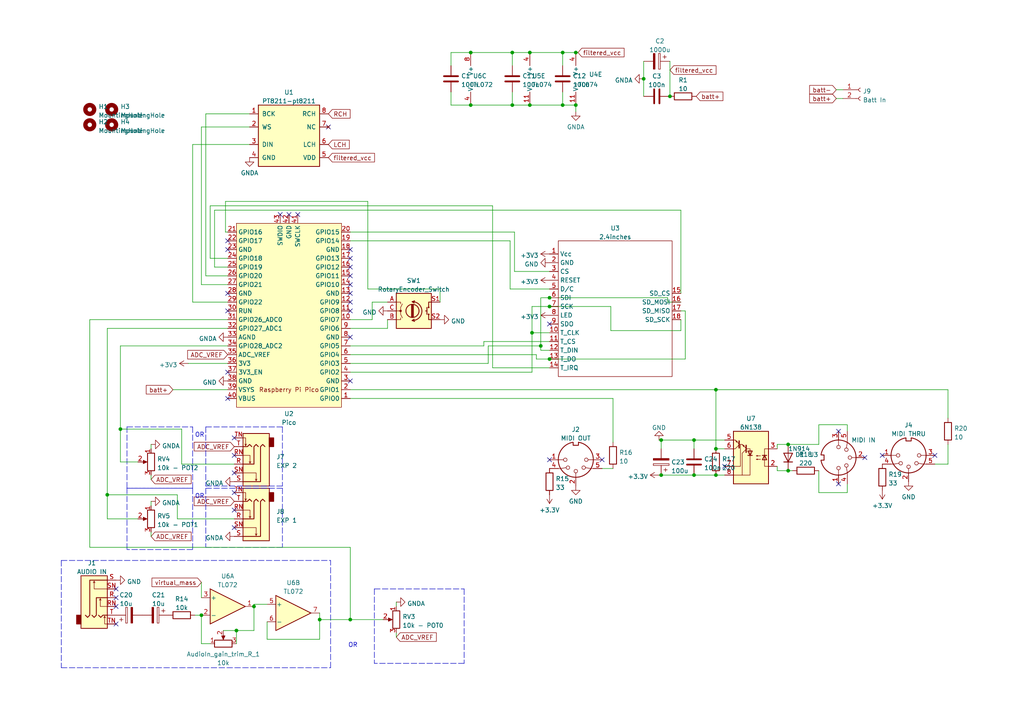
<source format=kicad_sch>
(kicad_sch (version 20211123) (generator eeschema)
  (paper "A4")
  (junction (at 201.295 137.795))
  (junction (at 426.72 43.18))
  (junction (at 154.305 96.52))
  (junction (at 424.18 113.665))
  (junction (at 163.195 30.48))
  (junction (at 136.525 15.24))
  (junction (at 362.585 20.32))
  (junction (at 441.96 137.16))
  (junction (at 58.42 178.435))
  (junction (at 73.66 175.895))
  (junction (at 207.645 130.175))
  (junction (at 382.27 120.015))
  (junction (at 207.645 113.03))
  (junction (at 426.72 35.56))
  (junction (at 153.67 15.24))
  (junction (at 228.6 136.525))
  (junction (at 163.195 15.24))
  (junction (at 400.05 39.37))
  (junction (at 424.18 121.285))
  (junction (at 433.07 35.56))
  (junction (at 444.5 60.325))
  (junction (at 457.835 59.69))
  (junction (at 159.385 104.14))
  (junction (at 424.18 125.095))
  (junction (at 424.18 106.045))
  (junction (at 228.6 128.905))
  (junction (at 156.845 100.33))
  (junction (at 426.72 46.99))
  (junction (at 159.385 88.9))
  (junction (at 148.59 15.24))
  (junction (at 191.77 137.795))
  (junction (at 201.295 127.635))
  (junction (at 153.67 30.48))
  (junction (at 396.24 46.99))
  (junction (at 194.31 27.94))
  (junction (at 426.72 27.94))
  (junction (at 167.005 15.24))
  (junction (at 207.645 137.795))
  (junction (at 34.925 124.46))
  (junction (at 159.385 86.36))
  (junction (at 167.005 30.48))
  (junction (at 136.525 30.48))
  (junction (at 148.59 30.48))
  (junction (at 419.1 46.99))
  (junction (at 397.51 117.475))
  (junction (at 384.81 41.91))
  (junction (at 191.77 127.635))
  (junction (at 68.58 182.88))
  (junction (at 101.6 179.705))
  (junction (at 393.7 125.095))
  (junction (at 416.56 125.095))
  (junction (at 92.71 179.705))
  (junction (at 354.965 20.32))
  (junction (at 441.96 125.095))
  (junction (at 430.53 113.665))
  (junction (at 455.295 137.795))
  (junction (at 444.5 46.99))
  (junction (at 186.69 22.86))
  (junction (at 31.115 143.51))
  (no_connect (at 66.04 90.17))
  (no_connect (at 468.63 87.63))
  (no_connect (at 67.945 153.035))
  (no_connect (at 83.82 62.23))
  (no_connect (at 101.6 87.63))
  (no_connect (at 67.945 137.16))
  (no_connect (at 461.01 168.91))
  (no_connect (at 174.625 133.35))
  (no_connect (at 66.04 85.09))
  (no_connect (at 66.04 115.57))
  (no_connect (at 101.6 85.09))
  (no_connect (at 67.945 127))
  (no_connect (at 67.945 142.875))
  (no_connect (at 67.945 147.955))
  (no_connect (at 210.185 135.255))
  (no_connect (at 453.39 87.63))
  (no_connect (at 243.205 125.095))
  (no_connect (at 101.6 74.93))
  (no_connect (at 101.6 90.17))
  (no_connect (at 243.205 140.335))
  (no_connect (at 81.28 62.23))
  (no_connect (at 33.655 180.975))
  (no_connect (at 66.04 107.95))
  (no_connect (at 159.385 93.98))
  (no_connect (at 33.655 175.895))
  (no_connect (at 271.145 132.08))
  (no_connect (at 461.01 161.29))
  (no_connect (at 101.6 97.79))
  (no_connect (at 101.6 80.01))
  (no_connect (at 461.01 171.45))
  (no_connect (at 101.6 77.47))
  (no_connect (at 255.905 132.08))
  (no_connect (at 33.655 173.355))
  (no_connect (at 66.04 72.39))
  (no_connect (at 101.6 72.39))
  (no_connect (at 461.01 166.37))
  (no_connect (at 101.6 82.55))
  (no_connect (at 66.04 69.85))
  (no_connect (at 468.63 82.55))
  (no_connect (at 67.945 132.08))
  (no_connect (at 101.6 110.49))
  (no_connect (at 33.655 170.815))
  (no_connect (at 159.385 133.35))
  (no_connect (at 468.63 92.71))
  (no_connect (at 86.36 62.23))
  (no_connect (at 95.25 36.83))
  (no_connect (at 250.825 132.715))
  (wire (pts (xy 77.47 185.42) (xy 92.71 185.42)))
  (wire (pts (xy 148.59 15.24) (xy 148.59 19.05)))
  (wire (pts (xy 448.31 133.985) (xy 448.31 137.795)))
  (wire (pts (xy 426.72 33.02) (xy 426.72 35.56)))
  (wire (pts (xy 159.385 78.74) (xy 149.225 78.74)))
  (polyline (pts (xy 134.62 192.405) (xy 108.585 192.405)))
  (wire (pts (xy 72.39 36.83) (xy 58.42 36.83)))
  (wire (pts (xy 58.42 178.435) (xy 58.42 186.69)))
  (wire (pts (xy 186.69 17.78) (xy 186.69 22.86)))
  (wire (pts (xy 52.705 134.62) (xy 52.705 124.46)))
  (wire (pts (xy 384.81 49.53) (xy 388.62 49.53)))
  (wire (pts (xy 426.72 46.99) (xy 426.72 43.18)))
  (wire (pts (xy 167.005 32.385) (xy 167.005 30.48)))
  (wire (pts (xy 107.95 87.63) (xy 112.395 87.63)))
  (wire (pts (xy 140.335 99.06) (xy 140.335 100.33)))
  (wire (pts (xy 448.31 137.795) (xy 455.295 137.795)))
  (wire (pts (xy 101.6 102.87) (xy 155.575 102.87)))
  (wire (pts (xy 136.525 30.48) (xy 148.59 30.48)))
  (polyline (pts (xy 59.69 123.825) (xy 81.915 123.825)))
  (polyline (pts (xy 59.69 141.605) (xy 59.69 158.75)))
  (wire (pts (xy 245.745 142.875) (xy 245.745 140.335)))
  (wire (pts (xy 197.485 85.09) (xy 197.485 60.96)))
  (polyline (pts (xy 108.585 170.815) (xy 134.62 170.815)))
  (wire (pts (xy 237.49 136.525) (xy 237.49 142.875)))
  (wire (pts (xy 163.195 30.48) (xy 167.005 30.48)))
  (wire (pts (xy 455.295 163.83) (xy 461.01 163.83)))
  (wire (pts (xy 198.755 104.14) (xy 198.755 90.17)))
  (wire (pts (xy 228.6 136.525) (xy 229.87 136.525)))
  (wire (pts (xy 441.96 125.73) (xy 441.96 125.095)))
  (wire (pts (xy 58.42 36.83) (xy 58.42 82.55)))
  (wire (pts (xy 67.945 134.62) (xy 52.705 134.62)))
  (wire (pts (xy 382.27 105.41) (xy 382.27 114.935)))
  (wire (pts (xy 419.1 50.8) (xy 403.86 50.8)))
  (wire (pts (xy 444.5 60.325) (xy 444.5 60.452)))
  (wire (pts (xy 393.7 125.095) (xy 397.51 125.095)))
  (wire (pts (xy 463.55 90.17) (xy 468.63 90.17)))
  (wire (pts (xy 43.815 137.795) (xy 43.815 139.065)))
  (wire (pts (xy 237.49 123.19) (xy 237.49 128.905)))
  (wire (pts (xy 31.115 95.25) (xy 66.04 95.25)))
  (wire (pts (xy 31.115 95.25) (xy 31.115 143.51)))
  (wire (pts (xy 441.96 138.43) (xy 441.96 137.16)))
  (wire (pts (xy 444.5 20.32) (xy 426.72 20.32)))
  (wire (pts (xy 34.925 133.985) (xy 40.005 133.985)))
  (polyline (pts (xy 134.62 170.815) (xy 134.62 192.405)))
  (wire (pts (xy 225.425 136.525) (xy 228.6 136.525)))
  (polyline (pts (xy 55.88 141.605) (xy 36.83 141.605)))
  (wire (pts (xy 433.07 35.56) (xy 441.96 35.56)))
  (wire (pts (xy 142.875 59.69) (xy 60.96 59.69)))
  (wire (pts (xy 450.85 55.88) (xy 450.85 59.69)))
  (wire (pts (xy 156.845 101.6) (xy 159.385 101.6)))
  (polyline (pts (xy 17.78 193.675) (xy 95.885 193.675)))
  (polyline (pts (xy 17.78 162.56) (xy 17.78 193.675)))
  (wire (pts (xy 384.81 41.91) (xy 384.81 49.53)))
  (wire (pts (xy 43.815 154.305) (xy 43.815 155.575)))
  (wire (pts (xy 130.81 26.67) (xy 130.81 30.48)))
  (polyline (pts (xy 55.88 159.385) (xy 36.83 159.385)))
  (wire (pts (xy 101.6 92.71) (xy 107.95 92.71)))
  (wire (pts (xy 50.165 113.03) (xy 66.04 113.03)))
  (wire (pts (xy 106.68 58.42) (xy 65.405 58.42)))
  (wire (pts (xy 242.57 28.575) (xy 244.475 28.575)))
  (polyline (pts (xy 36.83 123.825) (xy 36.83 141.605)))
  (wire (pts (xy 156.845 86.36) (xy 159.385 86.36)))
  (wire (pts (xy 106.68 83.82) (xy 106.68 58.42)))
  (wire (pts (xy 154.305 88.9) (xy 154.305 96.52)))
  (wire (pts (xy 444.5 20.32) (xy 444.5 46.99)))
  (polyline (pts (xy 36.83 141.605) (xy 36.83 159.385)))
  (wire (pts (xy 66.04 80.01) (xy 59.69 80.01)))
  (wire (pts (xy 58.42 168.91) (xy 58.42 173.355)))
  (wire (pts (xy 384.81 34.925) (xy 384.81 36.83)))
  (wire (pts (xy 424.18 98.425) (xy 424.18 106.045)))
  (wire (pts (xy 401.32 122.555) (xy 401.32 128.905)))
  (wire (pts (xy 77.47 180.34) (xy 77.47 185.42)))
  (wire (pts (xy 112.395 95.25) (xy 101.6 95.25)))
  (wire (pts (xy 430.53 113.665) (xy 439.42 113.665)))
  (wire (pts (xy 426.72 43.18) (xy 433.07 43.18)))
  (wire (pts (xy 92.71 179.705) (xy 92.71 185.42)))
  (wire (pts (xy 445.77 129.54) (xy 445.77 128.905)))
  (wire (pts (xy 424.18 111.125) (xy 424.18 113.665)))
  (wire (pts (xy 153.67 30.48) (xy 148.59 30.48)))
  (wire (pts (xy 156.845 100.33) (xy 156.845 101.6)))
  (wire (pts (xy 34.925 100.33) (xy 66.04 100.33)))
  (wire (pts (xy 419.1 50.8) (xy 419.1 46.99)))
  (wire (pts (xy 101.6 105.41) (xy 141.605 105.41)))
  (wire (pts (xy 225.425 130.175) (xy 225.425 128.905)))
  (wire (pts (xy 153.67 15.24) (xy 148.59 15.24)))
  (wire (pts (xy 101.6 100.33) (xy 140.335 100.33)))
  (wire (pts (xy 59.69 80.01) (xy 59.69 33.02)))
  (wire (pts (xy 207.645 130.175) (xy 210.185 130.175)))
  (wire (pts (xy 197.485 92.71) (xy 197.485 95.885)))
  (wire (pts (xy 400.05 46.99) (xy 400.05 39.37)))
  (wire (pts (xy 424.18 121.285) (xy 430.53 121.285)))
  (wire (pts (xy 154.305 96.52) (xy 154.305 107.95)))
  (wire (pts (xy 156.845 86.36) (xy 156.845 100.33)))
  (wire (pts (xy 191.77 127.635) (xy 201.295 127.635)))
  (wire (pts (xy 448.31 128.905) (xy 445.77 128.905)))
  (wire (pts (xy 245.745 125.095) (xy 245.745 123.19)))
  (wire (pts (xy 201.295 127.635) (xy 210.185 127.635)))
  (polyline (pts (xy 95.885 193.675) (xy 95.885 162.56)))
  (wire (pts (xy 159.385 104.14) (xy 198.755 104.14)))
  (wire (pts (xy 396.24 46.99) (xy 396.24 49.53)))
  (wire (pts (xy 159.385 86.36) (xy 193.675 86.36)))
  (wire (pts (xy 382.27 127.635) (xy 386.08 127.635)))
  (wire (pts (xy 392.43 45.72) (xy 396.24 45.72)))
  (wire (pts (xy 62.23 77.47) (xy 66.04 77.47)))
  (wire (pts (xy 441.96 98.425) (xy 424.18 98.425)))
  (polyline (pts (xy 59.69 123.825) (xy 59.69 140.97)))
  (polyline (pts (xy 17.78 162.56) (xy 95.885 162.56)))
  (wire (pts (xy 148.59 30.48) (xy 148.59 26.67)))
  (wire (pts (xy 147.955 83.82) (xy 147.955 69.85)))
  (wire (pts (xy 43.815 145.415) (xy 43.815 146.685)))
  (wire (pts (xy 431.8 125.095) (xy 441.96 125.095)))
  (wire (pts (xy 163.195 15.24) (xy 167.005 15.24)))
  (wire (pts (xy 51.435 143.51) (xy 31.115 143.51)))
  (wire (pts (xy 101.6 67.31) (xy 149.225 67.31)))
  (wire (pts (xy 455.295 137.795) (xy 463.55 137.795)))
  (wire (pts (xy 34.925 124.46) (xy 34.925 100.33)))
  (wire (pts (xy 68.58 182.88) (xy 68.58 186.69)))
  (wire (pts (xy 193.675 87.63) (xy 197.485 87.63)))
  (wire (pts (xy 52.705 124.46) (xy 34.925 124.46)))
  (wire (pts (xy 163.195 15.24) (xy 163.195 19.05)))
  (wire (pts (xy 40.005 150.495) (xy 31.115 150.495)))
  (polyline (pts (xy 36.83 141.605) (xy 55.88 141.605)))
  (polyline (pts (xy 81.915 141.605) (xy 81.915 158.75)))
  (wire (pts (xy 155.575 104.14) (xy 155.575 102.87)))
  (wire (pts (xy 441.96 137.16) (xy 445.77 137.16)))
  (wire (pts (xy 66.04 92.71) (xy 26.035 92.71)))
  (wire (pts (xy 127.635 83.82) (xy 106.68 83.82)))
  (wire (pts (xy 101.6 179.705) (xy 111.125 179.705)))
  (wire (pts (xy 101.6 115.57) (xy 177.8 115.57)))
  (wire (pts (xy 197.485 95.885) (xy 177.165 95.885)))
  (wire (pts (xy 156.845 100.33) (xy 141.605 100.33)))
  (wire (pts (xy 441.96 137.16) (xy 441.96 133.35)))
  (wire (pts (xy 26.035 92.71) (xy 26.035 158.75)))
  (wire (pts (xy 55.88 41.91) (xy 55.88 87.63)))
  (polyline (pts (xy 55.88 141.605) (xy 55.88 159.385)))
  (wire (pts (xy 101.6 113.03) (xy 207.645 113.03)))
  (wire (pts (xy 31.115 143.51) (xy 31.115 150.495)))
  (wire (pts (xy 448.31 50.8) (xy 448.31 52.832)))
  (wire (pts (xy 444.5 55.88) (xy 444.5 60.325)))
  (wire (pts (xy 107.95 92.71) (xy 107.95 87.63)))
  (wire (pts (xy 416.56 125.095) (xy 416.56 120.015)))
  (wire (pts (xy 54.61 105.41) (xy 66.04 105.41)))
  (wire (pts (xy 153.67 15.24) (xy 163.195 15.24)))
  (wire (pts (xy 154.305 88.9) (xy 159.385 88.9)))
  (wire (pts (xy 450.85 50.8) (xy 448.31 50.8)))
  (wire (pts (xy 426.72 20.32) (xy 426.72 27.94)))
  (wire (pts (xy 130.81 15.24) (xy 130.81 19.05)))
  (wire (pts (xy 177.8 115.57) (xy 177.8 128.27)))
  (wire (pts (xy 56.515 178.435) (xy 58.42 178.435)))
  (wire (pts (xy 207.645 113.03) (xy 274.955 113.03)))
  (wire (pts (xy 197.485 60.96) (xy 62.23 60.96)))
  (wire (pts (xy 396.24 45.72) (xy 396.24 46.99)))
  (wire (pts (xy 127.635 87.63) (xy 127.635 83.82)))
  (polyline (pts (xy 81.915 158.75) (xy 59.69 158.75)))
  (wire (pts (xy 55.88 87.63) (xy 66.04 87.63)))
  (wire (pts (xy 400.05 39.37) (xy 403.86 39.37)))
  (wire (pts (xy 466.09 59.69) (xy 466.09 53.34)))
  (wire (pts (xy 112.395 92.71) (xy 112.395 95.25)))
  (wire (pts (xy 455.295 160.655) (xy 455.295 163.83)))
  (wire (pts (xy 426.72 35.56) (xy 433.07 35.56)))
  (polyline (pts (xy 108.585 170.815) (xy 108.585 192.405)))
  (wire (pts (xy 354.965 15.24) (xy 354.965 20.32)))
  (wire (pts (xy 445.135 90.17) (xy 442.595 90.17)))
  (wire (pts (xy 403.86 44.45) (xy 403.86 50.8)))
  (wire (pts (xy 43.815 128.905) (xy 43.815 130.175)))
  (wire (pts (xy 101.6 69.85) (xy 147.955 69.85)))
  (wire (pts (xy 73.66 175.26) (xy 73.66 175.895)))
  (wire (pts (xy 207.645 137.795) (xy 210.185 137.795)))
  (wire (pts (xy 58.42 186.69) (xy 60.96 186.69)))
  (wire (pts (xy 207.645 130.175) (xy 207.645 113.03)))
  (wire (pts (xy 439.42 113.665) (xy 439.42 108.585)))
  (wire (pts (xy 65.405 58.42) (xy 65.405 67.31)))
  (wire (pts (xy 416.56 128.905) (xy 416.56 125.095)))
  (wire (pts (xy 193.675 86.36) (xy 193.675 87.63)))
  (wire (pts (xy 154.305 96.52) (xy 159.385 96.52)))
  (wire (pts (xy 416.56 128.905) (xy 401.32 128.905)))
  (wire (pts (xy 225.425 128.905) (xy 228.6 128.905)))
  (wire (pts (xy 191.135 137.795) (xy 191.77 137.795)))
  (wire (pts (xy 393.7 123.825) (xy 393.7 125.095)))
  (wire (pts (xy 51.435 150.495) (xy 51.435 143.51)))
  (wire (pts (xy 274.955 134.62) (xy 274.955 128.905)))
  (wire (pts (xy 155.575 104.14) (xy 159.385 104.14)))
  (wire (pts (xy 396.24 46.99) (xy 400.05 46.99)))
  (wire (pts (xy 237.49 142.875) (xy 245.745 142.875)))
  (wire (pts (xy 397.51 117.475) (xy 401.32 117.475)))
  (wire (pts (xy 457.835 59.69) (xy 466.09 59.69)))
  (wire (pts (xy 186.69 22.86) (xy 186.69 27.94)))
  (wire (pts (xy 271.145 134.62) (xy 274.955 134.62)))
  (wire (pts (xy 114.935 174.625) (xy 114.935 175.895)))
  (wire (pts (xy 177.165 95.885) (xy 177.165 88.9)))
  (wire (pts (xy 67.945 150.495) (xy 51.435 150.495)))
  (wire (pts (xy 389.89 123.825) (xy 393.7 123.825)))
  (wire (pts (xy 191.77 127.635) (xy 191.77 130.175)))
  (wire (pts (xy 382.27 120.015) (xy 382.27 127.635)))
  (wire (pts (xy 34.925 133.985) (xy 34.925 124.46)))
  (wire (pts (xy 397.51 125.095) (xy 397.51 117.475)))
  (wire (pts (xy 242.57 26.035) (xy 244.475 26.035)))
  (wire (pts (xy 445.135 92.71) (xy 445.135 90.17)))
  (wire (pts (xy 191.135 127.635) (xy 191.77 127.635)))
  (wire (pts (xy 141.605 100.33) (xy 141.605 105.41)))
  (polyline (pts (xy 55.88 123.825) (xy 55.88 141.605)))
  (wire (pts (xy 225.425 135.255) (xy 225.425 136.525)))
  (wire (pts (xy 463.55 137.795) (xy 463.55 131.445)))
  (wire (pts (xy 26.035 158.75) (xy 101.6 158.75)))
  (wire (pts (xy 274.955 113.03) (xy 274.955 121.285)))
  (wire (pts (xy 159.385 106.68) (xy 142.875 106.68)))
  (wire (pts (xy 362.585 15.24) (xy 362.585 20.32)))
  (wire (pts (xy 136.525 15.24) (xy 130.81 15.24)))
  (polyline (pts (xy 36.83 123.825) (xy 55.88 123.825)))
  (wire (pts (xy 159.385 88.9) (xy 177.165 88.9)))
  (wire (pts (xy 198.755 90.17) (xy 197.485 90.17)))
  (wire (pts (xy 92.71 177.8) (xy 92.71 179.705)))
  (wire (pts (xy 114.935 183.515) (xy 114.935 184.785)))
  (wire (pts (xy 142.875 59.69) (xy 142.875 106.68)))
  (wire (pts (xy 191.77 137.795) (xy 201.295 137.795)))
  (wire (pts (xy 201.295 137.795) (xy 207.645 137.795)))
  (wire (pts (xy 73.66 182.88) (xy 73.66 175.895)))
  (wire (pts (xy 163.195 26.67) (xy 163.195 30.48)))
  (wire (pts (xy 201.295 127.635) (xy 201.295 130.175)))
  (wire (pts (xy 228.6 128.905) (xy 237.49 128.905)))
  (wire (pts (xy 64.77 182.88) (xy 68.58 182.88)))
  (wire (pts (xy 457.835 85.09) (xy 468.63 85.09)))
  (wire (pts (xy 59.69 33.02) (xy 72.39 33.02)))
  (wire (pts (xy 441.96 35.56) (xy 441.96 30.48)))
  (wire (pts (xy 72.39 41.91) (xy 55.88 41.91)))
  (wire (pts (xy 444.5 48.26) (xy 444.5 46.99)))
  (wire (pts (xy 457.835 82.55) (xy 457.835 85.09)))
  (wire (pts (xy 453.39 92.71) (xy 445.135 92.71)))
  (wire (pts (xy 92.71 179.705) (xy 101.6 179.705)))
  (wire (pts (xy 450.85 59.69) (xy 457.835 59.69)))
  (wire (pts (xy 101.6 107.95) (xy 154.305 107.95)))
  (wire (pts (xy 441.96 98.425) (xy 441.96 125.095)))
  (wire (pts (xy 194.31 17.78) (xy 194.31 27.94)))
  (wire (pts (xy 58.42 82.55) (xy 66.04 82.55)))
  (wire (pts (xy 167.64 15.24) (xy 167.005 15.24)))
  (wire (pts (xy 174.625 135.89) (xy 177.8 135.89)))
  (polyline (pts (xy 81.915 140.97) (xy 59.69 140.97)))
  (wire (pts (xy 65.405 67.31) (xy 66.04 67.31)))
  (wire (pts (xy 370.205 20.32) (xy 372.745 20.32)))
  (wire (pts (xy 424.18 125.095) (xy 424.18 121.285)))
  (wire (pts (xy 424.18 113.665) (xy 430.53 113.665)))
  (wire (pts (xy 159.385 99.06) (xy 140.335 99.06)))
  (wire (pts (xy 77.47 175.26) (xy 73.66 175.26)))
  (wire (pts (xy 434.34 46.99) (xy 444.5 46.99)))
  (wire (pts (xy 148.59 15.24) (xy 136.525 15.24)))
  (wire (pts (xy 62.23 60.96) (xy 62.23 77.47)))
  (wire (pts (xy 60.96 74.93) (xy 66.04 74.93)))
  (wire (pts (xy 159.385 83.82) (xy 147.955 83.82)))
  (wire (pts (xy 153.67 30.48) (xy 163.195 30.48)))
  (wire (pts (xy 245.745 123.19) (xy 237.49 123.19)))
  (wire (pts (xy 393.7 125.095) (xy 393.7 127.635)))
  (polyline (pts (xy 59.69 141.605) (xy 81.915 141.605)))
  (wire (pts (xy 149.225 78.74) (xy 149.225 67.31)))
  (wire (pts (xy 68.58 182.88) (xy 73.66 182.88)))
  (wire (pts (xy 60.96 59.69) (xy 60.96 74.93)))
  (wire (pts (xy 419.1 46.99) (xy 419.1 41.91)))
  (wire (pts (xy 101.6 158.75) (xy 101.6 179.705)))
  (polyline (pts (xy 81.915 123.825) (xy 81.915 140.97)))
  (wire (pts (xy 130.81 30.48) (xy 136.525 30.48)))
  (wire (pts (xy 448.31 60.452) (xy 444.5 60.452)))
  (text "OR" (at 56.515 144.78 0) (effects (font (size 1.27 1.27)) (justify left bottom)))
  (text "Powering on jack insert\nCan be disabled by opening the header\nfor avoiding shorts during programmation" (at 415.925 87.63 0) (effects (font (size 1.27 1.27)) (justify left bottom)))
  (text "OR" (at 100.965 187.96 0) (effects (font (size 1.27 1.27)) (justify left bottom)))
  (text "OR" (at 56.515 127 0) (effects (font (size 1.27 1.27)) (justify left bottom)))
  (global_label "filtered_vcc" (shape input) (at 372.745 20.32 0) (property "Références Inter-Feuilles" "${INTERSHEET_REFS}" (effects hide)))
  (global_label "batt+" (shape input) (at 201.93 27.94 0) (property "Références Inter-Feuilles" "${INTERSHEET_REFS}" (effects hide)))
  (global_label "ADC_VREF" (shape input) (at 66.04 102.87 180) (property "Références Inter-Feuilles" "${INTERSHEET_REFS}" (effects hide)))
  (global_label "virtual_mass" (shape input) (at 382.27 105.41 180) (property "Références Inter-Feuilles" "${INTERSHEET_REFS}" (effects hide)))
  (global_label "ADC_VREF" (shape input) (at 67.945 145.415 180) (property "Références Inter-Feuilles" "${INTERSHEET_REFS}" (effects hide)))
  (global_label "filtered_vcc" (shape input) (at 95.25 45.72 0) (property "Références Inter-Feuilles" "${INTERSHEET_REFS}" (effects hide)))
  (global_label "LCH" (shape input) (at 361.95 41.91 180) (property "Références Inter-Feuilles" "${INTERSHEET_REFS}" (effects hide)))
  (global_label "virtual_mass" (shape input) (at 384.81 34.925 180) (property "Références Inter-Feuilles" "${INTERSHEET_REFS}" (effects hide)))
  (global_label "RCH" (shape input) (at 359.41 120.015 180) (property "Références Inter-Feuilles" "${INTERSHEET_REFS}" (effects hide)))
  (global_label "batt+" (shape input) (at 242.57 28.575 180) (property "Références Inter-Feuilles" "${INTERSHEET_REFS}" (effects hide)))
  (global_label "ADC_VREF" (shape input) (at 114.935 184.785 0) (property "Références Inter-Feuilles" "${INTERSHEET_REFS}" (effects hide)))
  (global_label "virtual_mass" (shape input) (at 362.585 15.875 0) (property "Références Inter-Feuilles" "${INTERSHEET_REFS}" (effects hide)))
  (global_label "batt-" (shape input) (at 442.595 90.17 180) (property "Références Inter-Feuilles" "${INTERSHEET_REFS}" (effects hide)))
  (global_label "filtered_vcc" (shape input) (at 167.64 15.24 0) (property "Références Inter-Feuilles" "${INTERSHEET_REFS}" (effects hide)))
  (global_label "batt+" (shape input) (at 50.165 113.03 180) (property "Références Inter-Feuilles" "${INTERSHEET_REFS}" (effects hide)))
  (global_label "ADC_VREF" (shape input) (at 43.815 155.575 0) (property "Références Inter-Feuilles" "${INTERSHEET_REFS}" (effects hide)))
  (global_label "virtual_mass" (shape input) (at 58.42 168.91 180) (property "Références Inter-Feuilles" "${INTERSHEET_REFS}" (effects hide)))
  (global_label "ADC_VREF" (shape input) (at 67.945 129.54 180) (property "Références Inter-Feuilles" "${INTERSHEET_REFS}" (effects hide)))
  (global_label "LCH" (shape input) (at 95.25 41.91 0) (property "Références Inter-Feuilles" "${INTERSHEET_REFS}" (effects hide)))
  (global_label "ADC_VREF" (shape input) (at 43.815 139.065 0) (property "Références Inter-Feuilles" "${INTERSHEET_REFS}" (effects hide)))
  (global_label "filtered_vcc" (shape input) (at 194.31 20.32 0) (property "Références Inter-Feuilles" "${INTERSHEET_REFS}" (effects hide)))
  (global_label "batt-" (shape input) (at 242.57 26.035 180) (property "Références Inter-Feuilles" "${INTERSHEET_REFS}" (effects hide)))
  (global_label "RCH" (shape input) (at 95.25 33.02 0) (property "Références Inter-Feuilles" "${INTERSHEET_REFS}" (effects hide)))
  (symbol (lib_id "Device:C_Polarized") (at 373.38 41.91 270) (unit 1)
    (property "Reference" "C7" (at 374.269 36.0512 90))
    (property "Value" "10u" (at 374.269 38.5881 90))
    (property "Footprint" "Capacitor_THT:CP_Radial_D5.0mm_P2.50mm" (effects hide))
  )
  (symbol (lib_id "Connector:AudioJack3_Switch") (at 73.025 134.62 180) (unit 1)
    (property "Reference" "J7" (at 80.137 132.5153 0) (effects (justify right)))
    (property "Value" "EXP 2" (at 80.137 135.0522 0) (effects (justify right)))
    (property "Footprint" "Connector_Audio:Jack_6.35mm_Neutrik_NMJ6HFD2_Horizontal" (effects hide))
  )
  (symbol (lib_id "Device:R") (at 445.77 133.35 0) (unit 1)
    (property "Reference" "R10" (at 447.548 132.5153 0) (effects (justify left)))
    (property "Value" "1k" (at 447.548 135.0522 0) (effects (justify left)))
    (property "Footprint" "Resistor_THT:R_Axial_DIN0207_L6.3mm_D2.5mm_P7.62mm_Horizontal" (effects hide))
  )
  (symbol (lib_id "Device:C") (at 130.81 22.86 0) (unit 1)
    (property "Reference" "C1" (at 133.731 22.0253 0) (effects (justify left)))
    (property "Value" "100n" (at 133.731 24.5622 0) (effects (justify left)))
    (property "Footprint" "Capacitor_THT:C_Axial_L3.8mm_D2.6mm_P7.50mm_Horizontal" (effects hide))
  )
  (symbol (lib_id "Connector:AudioJack3_Switch") (at 473.71 90.17 180) (unit 1)
    (property "Reference" "J6" (at 480.822 88.0653 0) (effects (justify right)))
    (property "Value" "OUTPUT L - MONO" (at 480.822 90.6022 0) (effects (justify right)))
    (property "Footprint" "Connector_Audio:Jack_6.35mm_Neutrik_NMJ6HFD2_Horizontal" (effects hide))
  )
  (symbol (lib_id "power:GNDA") (at 66.04 97.79 270) (unit 1)
    (property "Reference" "#PWR0101" (effects hide))
    (property "Value" "GNDA" (at 62.865 98.2238 90) (effects (justify right)))
  )
  (symbol (lib_id "power:GND") (at 33.655 168.275 90) (unit 1)
    (property "Reference" "#PWR01" (effects hide))
    (property "Value" "GND" (at 36.83 168.7088 90) (effects (justify right)))
  )
  (symbol (lib_id "Amplifier_Operational:TL072") (at 85.09 177.8 0) (unit 2)
    (property "Reference" "U6" (at 85.09 169.0202 0))
    (property "Value" "TL072" (at 85.09 171.5571 0))
    (property "Footprint" "Package_DIP:DIP-8_W7.62mm_Socket" (effects hide))
    (property "Datasheet" "http://www.ti.com/lit/ds/symlink/tl071.pdf" (effects hide))
  )
  (symbol (lib_id "Mechanical:MountingHole") (at 26.035 31.75 0) (unit 1)
    (property "Reference" "H1" (at 28.575 30.9153 0) (effects (justify left)))
    (property "Value" "MountingHole" (at 28.575 33.4522 0) (effects (justify left)))
    (property "Footprint" "MountingHole:MountingHole_3.2mm_M3_ISO14580" (effects hide))
  )
  (symbol (lib_id "power:+3V3") (at 159.385 73.66 90) (unit 1)
    (property "Reference" "#PWR05" (effects hide))
    (property "Value" "+3V3" (at 156.21 74.0938 90) (effects (justify left)))
  )
  (symbol (lib_id "Device:R_Potentiometer") (at 43.815 133.985 0) (mirror y) (unit 1)
    (property "Reference" "RV4" (at 45.593 133.1503 0) (effects (justify right)))
    (property "Value" "10k - POT2" (at 45.593 135.6872 0) (effects (justify right)))
    (property "Footprint" "Potentiometer_THT:Potentiometer_Alps_RK09K_Single_Vertical" (effects hide))
  )
  (symbol (lib_id "Amplifier_Operational:TL074") (at 458.47 53.34 0) (unit 4)
    (property "Reference" "U5" (at 458.47 44.5602 0))
    (property "Value" "TL074" (at 458.47 47.0971 0))
    (property "Footprint" "Package_DIP:DIP-14_W7.62mm_Socket" (effects hide))
    (property "Datasheet" "http://www.ti.com/lit/ds/symlink/tl071.pdf" (effects hide))
  )
  (symbol (lib_id "Device:R_Potentiometer_Dual_Separate") (at 441.96 129.54 0) (mirror x) (unit 1)
    (property "Reference" "RV1" (at 440.182 128.7053 0) (effects (justify right)))
    (property "Value" "10k - lin - dual" (at 440.182 131.2422 0) (effects (justify right)))
    (property "Footprint" "dual_pot:Dual Pot RK1114GH" (effects hide))
  )
  (symbol (lib_id "Device:C_Polarized") (at 457.835 71.12 180) (unit 1)
    (property "Reference" "C22" (at 460.756 71.1743 0) (effects (justify right)))
    (property "Value" "10u" (at 460.756 73.7112 0) (effects (justify right)))
    (property "Footprint" "Capacitor_THT:CP_Radial_D5.0mm_P2.50mm" (effects hide))
  )
  (symbol (lib_id "Device:R") (at 430.53 46.99 90) (unit 1)
    (property "Reference" "R9" (at 430.53 52.2478 90))
    (property "Value" "22k (fc10k)/10k (fc16k)" (at 430.53 49.9364 90))
    (property "Footprint" "Resistor_THT:R_Axial_DIN0207_L6.3mm_D2.5mm_P7.62mm_Horizontal" (effects hide))
  )
  (symbol (lib_id "Device:R") (at 255.905 138.43 0) (unit 1)
    (property "Reference" "R19" (at 257.683 137.5953 0) (effects (justify left)))
    (property "Value" "33" (at 257.683 140.1322 0) (effects (justify left)))
    (property "Footprint" "Resistor_THT:R_Axial_DIN0207_L6.3mm_D2.5mm_P7.62mm_Horizontal" (effects hide))
  )
  (symbol (lib_id "Device:R_Potentiometer") (at 43.815 150.495 0) (mirror y) (unit 1)
    (property "Reference" "RV5" (at 45.593 149.6603 0) (effects (justify right)))
    (property "Value" "10k - POT1" (at 45.593 152.1972 0) (effects (justify right)))
    (property "Footprint" "Potentiometer_THT:Potentiometer_Alps_RK09K_Single_Vertical" (effects hide))
  )
  (symbol (lib_id "Device:C_Polarized") (at 363.22 120.015 90) (unit 1)
    (property "Reference" "C4" (at 362.331 114.1562 90))
    (property "Value" "10u" (at 362.331 116.6931 90))
    (property "Footprint" "Capacitor_THT:CP_Radial_D5.0mm_P2.50mm" (effects hide))
  )
  (symbol (lib_id "Device:R_Potentiometer") (at 392.43 49.53 90) (unit 1)
    (property "Reference" "RV_gain_trim_L_1" (at 392.43 52.5764 90))
    (property "Value" "10k" (at 392.43 55.1133 90))
    (property "Footprint" "Potentiometer_THT:Potentiometer_Runtron_RM-065_Vertical" (effects hide))
  )
  (symbol (lib_id "Device:C") (at 201.295 133.985 0) (unit 1)
    (property "Reference" "C24" (at 204.216 133.1503 0) (effects (justify left)))
    (property "Value" "100n" (at 204.216 135.6872 0) (effects (justify left)))
    (property "Footprint" "Capacitor_THT:C_Axial_L3.8mm_D2.6mm_P7.50mm_Horizontal" (effects hide))
  )
  (symbol (lib_id "power:GND") (at 191.135 127.635 180) (unit 1)
    (property "Reference" "#PWR021" (effects hide))
    (property "Value" "GND" (at 191.135 124.0592 0))
  )
  (symbol (lib_id "power:GND") (at 263.525 139.7 0) (unit 1)
    (property "Reference" "#PWR024" (effects hide))
    (property "Value" "GND" (at 263.525 144.1434 0))
  )
  (symbol (lib_id "Device:C") (at 426.72 39.37 180) (unit 1)
    (property "Reference" "C14" (at 423.799 40.5384 0) (effects (justify left)))
    (property "Value" "1000p" (at 423.799 38.227 0) (effects (justify left)))
    (property "Footprint" "Capacitor_THT:C_Disc_D5.0mm_W2.5mm_P2.50mm" (effects hide))
  )
  (symbol (lib_id "Device:C") (at 358.775 15.24 90) (unit 1)
    (property "Reference" "C8" (at 358.775 9.3812 90))
    (property "Value" "100n" (at 358.775 11.9181 90))
    (property "Footprint" "Capacitor_THT:C_Disc_D4.7mm_W2.5mm_P5.00mm" (effects hide))
  )
  (symbol (lib_id "Device:C") (at 163.195 22.86 0) (unit 1)
    (property "Reference" "C12" (at 166.116 22.0253 0) (effects (justify left)))
    (property "Value" "100n" (at 166.116 24.5622 0) (effects (justify left)))
    (property "Footprint" "Capacitor_THT:C_Axial_L3.8mm_D2.6mm_P7.50mm_Horizontal" (effects hide))
  )
  (symbol (lib_id "Device:R") (at 420.37 125.095 270) (unit 1)
    (property "Reference" "R6" (at 420.37 130.3528 90))
    (property "Value" "10k" (at 420.37 128.0414 90))
    (property "Footprint" "Resistor_THT:R_Axial_DIN0207_L6.3mm_D2.5mm_P7.62mm_Horizontal" (effects hide))
  )
  (symbol (lib_id "power:GND") (at 127.635 92.71 90) (unit 1)
    (property "Reference" "#PWR030" (effects hide))
    (property "Value" "GND" (at 130.81 93.1438 90) (effects (justify right)))
  )
  (symbol (lib_id "Connector:Conn_01x02_Female") (at 249.555 26.035 0) (unit 1)
    (property "Reference" "J9" (at 250.2662 26.4703 0) (effects (justify left)))
    (property "Value" "Batt In" (at 250.2662 29.0072 0) (effects (justify left)))
    (property "Footprint" "Connector_JST:JST_XH_B2B-XH-A_1x02_P2.50mm_Vertical" (effects hide))
  )
  (symbol (lib_id "Device:R") (at 233.68 136.525 90) (unit 1)
    (property "Reference" "R18" (at 233.68 131.8092 90))
    (property "Value" "220" (at 233.68 134.3461 90))
    (property "Footprint" "Resistor_THT:R_Axial_DIN0207_L6.3mm_D2.5mm_P7.62mm_Horizontal" (effects hide))
  )
  (symbol (lib_id "Amplifier_Operational:TL074") (at 455.93 131.445 0) (unit 4)
    (property "Reference" "U4" (at 455.93 122.6652 0))
    (property "Value" "TL074" (at 455.93 125.2021 0))
    (property "Footprint" "Package_DIP:DIP-14_W7.62mm_Socket" (effects hide))
    (property "Datasheet" "http://www.ti.com/lit/ds/symlink/tl071.pdf" (effects hide))
  )
  (symbol (lib_id "power:+3V3") (at 159.385 81.28 90) (unit 1)
    (property "Reference" "#PWR07" (effects hide))
    (property "Value" "+3V3" (at 156.21 81.7138 90) (effects (justify left)))
  )
  (symbol (lib_id "power:GNDA") (at 67.945 155.575 270) (unit 1)
    (property "Reference" "#PWR028" (effects hide))
    (property "Value" "GNDA" (at 64.77 156.0088 90) (effects (justify right)))
  )
  (symbol (lib_id "Amplifier_Operational:TL072") (at 66.04 175.895 0) (unit 1)
    (property "Reference" "U6" (at 66.04 167.1152 0))
    (property "Value" "TL072" (at 66.04 169.6521 0))
    (property "Footprint" "Package_DIP:DIP-8_W7.62mm_Socket" (effects hide))
    (property "Datasheet" "http://www.ti.com/lit/ds/symlink/tl071.pdf" (effects hide))
  )
  (symbol (lib_id "Connector:DIN-5_180degree") (at 263.525 132.08 0) (mirror x) (unit 1)
    (property "Reference" "J4" (at 263.5251 123.3002 0))
    (property "Value" "MIDI THRU" (at 263.5251 125.8371 0))
    (property "Footprint" "MIDI_DIN5:DS-5 MIDI" (effects hide))
    (property "Datasheet" "http://www.mouser.com/ds/2/18/40_c091_abd_e-75918.pdf" (effects hide))
  )
  (symbol (lib_id "Device:C_Polarized") (at 365.76 41.91 90) (unit 1)
    (property "Reference" "C5" (at 364.871 36.0512 90))
    (property "Value" "10u" (at 364.871 38.5881 90))
    (property "Footprint" "Capacitor_THT:CP_Radial_D5.0mm_P2.50mm" (effects hide))
  )
  (symbol (lib_id "Device:RotaryEncoder_Switch") (at 120.015 90.17 0) (unit 1)
    (property "Reference" "SW1" (at 120.015 81.3902 0))
    (property "Value" "RotaryEncoder_Switch" (at 120.015 83.9271 0))
    (property "Footprint" "Rotary_Encoder:RotaryEncoder_Alps_EC11E-Switch_Vertical_H20mm" (effects hide))
  )
  (symbol (lib_id "Amplifier_Operational:TL074") (at 389.89 117.475 0) (unit 1)
    (property "Reference" "U4" (at 389.89 108.6952 0))
    (property "Value" "TL074" (at 389.89 111.2321 0))
    (property "Footprint" "Package_DIP:DIP-14_W7.62mm_Socket" (effects hide))
    (property "Datasheet" "http://www.ti.com/lit/ds/symlink/tl071.pdf" (effects hide))
  )
  (symbol (lib_id "Device:R") (at 427.99 125.095 90) (unit 1)
    (property "Reference" "R8" (at 427.99 130.3528 90))
    (property "Value" "22k (fc10k)/10k (fc16k)" (at 427.99 128.0414 90))
    (property "Footprint" "Resistor_THT:R_Axial_DIN0207_L6.3mm_D2.5mm_P7.62mm_Horizontal" (effects hide))
  )
  (symbol (lib_id "power:+3V3") (at 159.385 91.44 90) (unit 1)
    (property "Reference" "#PWR08" (effects hide))
    (property "Value" "+3V3" (at 156.21 91.8738 90) (effects (justify left)))
  )
  (symbol (lib_id "pt8211-pt8211:PT8211-pt8211") (at 83.82 39.37 0) (unit 1)
    (property "Reference" "U1" (at 83.82 26.7802 0))
    (property "Value" "PT8211-pt8211" (at 83.82 29.3171 0))
    (property "Footprint" "Package_SO:SOP-8_3.9x4.9mm_P1.27mm" (effects hide))
  )
  (symbol (lib_id "Device:C_Polarized") (at 455.295 141.605 0) (unit 1)
    (property "Reference" "C17" (at 458.216 139.8813 0) (effects (justify left)))
    (property "Value" "10u" (at 458.216 142.4182 0) (effects (justify left)))
    (property "Footprint" "Capacitor_THT:CP_Radial_D5.0mm_P2.50mm" (effects hide))
  )
  (symbol (lib_id "power:GND") (at 112.395 90.17 270) (unit 1)
    (property "Reference" "#PWR029" (effects hide))
    (property "Value" "GND" (at 109.2201 90.6038 90) (effects (justify right)))
  )
  (symbol (lib_id "Amplifier_Operational:TL074") (at 411.48 41.91 0) (unit 2)
    (property "Reference" "U5" (at 411.48 33.1302 0))
    (property "Value" "TL074" (at 411.48 35.6671 0))
    (property "Footprint" "Package_DIP:DIP-14_W7.62mm_Socket" (effects hide))
    (property "Datasheet" "http://www.ti.com/lit/ds/symlink/tl071.pdf" (effects hide))
  )
  (symbol (lib_id "Mechanical:MountingHole") (at 32.385 31.75 0) (unit 1)
    (property "Reference" "H3" (at 34.925 30.9153 0) (effects (justify left)))
    (property "Value" "MountingHole" (at 34.925 33.4522 0) (effects (justify left)))
    (property "Footprint" "MountingHole:MountingHole_3.2mm_M3_ISO14580" (effects hide))
  )
  (symbol (lib_id "Device:C_Polarized") (at 455.295 149.225 180) (unit 1)
    (property "Reference" "C18" (at 458.216 149.2793 0) (effects (justify right)))
    (property "Value" "10u" (at 458.216 151.8162 0) (effects (justify right)))
    (property "Footprint" "Capacitor_THT:CP_Radial_D5.0mm_P2.50mm" (effects hide))
  )
  (symbol (lib_id "Device:R_Potentiometer") (at 389.89 127.635 90) (unit 1)
    (property "Reference" "RV_gain_trim_R_1" (at 389.89 130.6814 90))
    (property "Value" "10k" (at 389.89 133.2183 90))
    (property "Footprint" "Potentiometer_THT:Potentiometer_Runtron_RM-065_Vertical" (effects hide))
  )
  (symbol (lib_id "Device:C_Polarized") (at 190.5 17.78 270) (unit 1)
    (property "Reference" "C2" (at 191.389 11.9212 90))
    (property "Value" "1000u" (at 191.389 14.4581 90))
    (property "Footprint" "Capacitor_THT:CP_Radial_D10.0mm_P3.80mm" (effects hide))
  )
  (symbol (lib_id "Connector:AudioJack3_Switch") (at 28.575 173.355 0) (unit 1)
    (property "Reference" "J1" (at 26.67 163.3052 0))
    (property "Value" "AUDIO IN" (at 26.67 165.8421 0))
    (property "Footprint" "Connector_Audio:Jack_6.35mm_Neutrik_NMJ6HFD2_Horizontal" (effects hide))
  )
  (symbol (lib_id "power:GNDA") (at 186.69 22.86 270) (unit 1)
    (property "Reference" "#PWR010" (effects hide))
    (property "Value" "GNDA" (at 183.515 23.2938 90) (effects (justify right)))
  )
  (symbol (lib_id "Amplifier_Operational:TL074") (at 169.545 22.86 0) (unit 5)
    (property "Reference" "U4" (at 170.815 21.59 0) (effects (justify left)))
    (property "Value" "TL074" (at 167.64 24.5622 0) (effects (justify left)))
    (property "Footprint" "Package_DIP:DIP-14_W7.62mm_Socket" (effects hide))
    (property "Datasheet" "http://www.ti.com/lit/ds/symlink/tl071.pdf" (effects hide))
  )
  (symbol (lib_id "Mechanical:MountingHole") (at 26.035 36.195 0) (unit 1)
    (property "Reference" "H2" (at 28.575 35.3603 0) (effects (justify left)))
    (property "Value" "MountingHole" (at 28.575 37.8972 0) (effects (justify left)))
    (property "Footprint" "MountingHole:MountingHole_3.2mm_M3_ISO14580" (effects hide))
  )
  (symbol (lib_id "Amplifier_Operational:TL074") (at 408.94 120.015 0) (unit 2)
    (property "Reference" "U4" (at 408.94 111.2352 0))
    (property "Value" "TL074" (at 408.94 113.7721 0))
    (property "Footprint" "Package_DIP:DIP-14_W7.62mm_Socket" (effects hide))
    (property "Datasheet" "http://www.ti.com/lit/ds/symlink/tl071.pdf" (effects hide))
  )
  (symbol (lib_id "power:GNDA") (at 43.815 145.415 90) (unit 1)
    (property "Reference" "#PWR018" (effects hide))
    (property "Value" "GNDA" (at 46.99 145.8488 90) (effects (justify right)))
  )
  (symbol (lib_id "Device:R") (at 366.395 20.32 90) (unit 1)
    (property "Reference" "R5" (at 366.395 15.6042 90))
    (property "Value" "10k" (at 366.395 18.1411 90))
    (property "Footprint" "Resistor_THT:R_Axial_DIN0207_L6.3mm_D2.5mm_P7.62mm_Horizontal" (effects hide))
  )
  (symbol (lib_id "Device:R") (at 455.295 156.845 0) (unit 1)
    (property "Reference" "R12" (at 457.073 156.0103 0) (effects (justify left)))
    (property "Value" "100" (at 457.073 158.5472 0) (effects (justify left)))
    (property "Footprint" "Resistor_THT:R_Axial_DIN0207_L6.3mm_D2.5mm_P7.62mm_Horizontal" (effects hide))
  )
  (symbol (lib_id "Device:C_Polarized") (at 37.465 178.435 90) (unit 1)
    (property "Reference" "C20" (at 36.576 172.5762 90))
    (property "Value" "10u" (at 36.576 175.1131 90))
    (property "Footprint" "Capacitor_THT:CP_Radial_D5.0mm_P2.50mm" (effects hide))
  )
  (symbol (lib_id "Device:R") (at 198.12 27.94 90) (unit 1)
    (property "Reference" "R1" (at 198.12 23.2242 90))
    (property "Value" "10" (at 198.12 25.7611 90))
    (property "Footprint" "Resistor_THT:R_Axial_DIN0207_L6.3mm_D2.5mm_P7.62mm_Horizontal" (effects hide))
  )
  (symbol (lib_id "Device:R") (at 378.46 120.015 90) (unit 1)
    (property "Reference" "R2" (at 378.46 115.2992 90))
    (property "Value" "10k" (at 378.46 117.8361 90))
    (property "Footprint" "Resistor_THT:R_Axial_DIN0207_L6.3mm_D2.5mm_P7.62mm_Horizontal" (effects hide))
  )
  (symbol (lib_id "Device:R_Potentiometer") (at 64.77 186.69 90) (unit 1)
    (property "Reference" "AudioIn_gain_trim_R_1" (at 64.77 189.7364 90))
    (property "Value" "10k" (at 64.77 192.2733 90))
    (property "Footprint" "Potentiometer_THT:Potentiometer_Runtron_RM-065_Vertical" (effects hide))
  )
  (symbol (lib_id "Mechanical:MountingHole") (at 32.385 36.195 0) (unit 1)
    (property "Reference" "H4" (at 34.925 35.3603 0) (effects (justify left)))
    (property "Value" "MountingHole" (at 34.925 37.8972 0) (effects (justify left)))
    (property "Footprint" "MountingHole:MountingHole_3.2mm_M3_ISO14580" (effects hide))
  )
  (symbol (lib_id "power:+3.3V") (at 191.135 137.795 90) (unit 1)
    (property "Reference" "#PWR022" (effects hide))
    (property "Value" "+3.3V" (at 187.96 138.2288 90) (effects (justify left)))
  )
  (symbol (lib_id "Device:C") (at 422.91 27.94 90) (unit 1)
    (property "Reference" "C10" (at 422.91 34.3408 90))
    (property "Value" "680p" (at 422.91 32.0294 90))
    (property "Footprint" "Capacitor_THT:C_Disc_D5.0mm_W2.5mm_P2.50mm" (effects hide))
  )
  (symbol (lib_id "Amplifier_Operational:TL074") (at 156.21 22.86 0) (unit 5)
    (property "Reference" "U5" (at 154.305 22.0253 0) (effects (justify left)))
    (property "Value" "TL074" (at 154.305 24.5622 0) (effects (justify left)))
    (property "Footprint" "Package_DIP:DIP-14_W7.62mm_Socket" (effects hide))
    (property "Datasheet" "http://www.ti.com/lit/ds/symlink/tl071.pdf" (effects hide))
  )
  (symbol (lib_id "Connector:AudioJack3_Switch") (at 73.025 150.495 180) (unit 1)
    (property "Reference" "J8" (at 80.137 148.3903 0) (effects (justify right)))
    (property "Value" "EXP 1" (at 80.137 150.9272 0) (effects (justify right)))
    (property "Footprint" "Connector_Audio:Jack_6.35mm_Neutrik_NMJ6HFD2_Horizontal" (effects hide))
  )
  (symbol (lib_id "Device:C") (at 420.37 106.045 90) (unit 1)
    (property "Reference" "C9" (at 420.37 112.4458 90))
    (property "Value" "680p" (at 420.37 110.1344 90))
    (property "Footprint" "Capacitor_THT:C_Disc_D5.0mm_W2.5mm_P2.50mm" (effects hide))
  )
  (symbol (lib_id "Device:C_Polarized") (at 191.77 133.985 180) (unit 1)
    (property "Reference" "C23" (at 194.691 134.0393 0) (effects (justify right)))
    (property "Value" "100u" (at 194.691 136.5762 0) (effects (justify right)))
    (property "Footprint" "Capacitor_THT:CP_Radial_D7.5mm_P2.50mm" (effects hide))
  )
  (symbol (lib_id "Device:C") (at 430.53 117.475 0) (unit 1)
    (property "Reference" "C15" (at 433.451 116.6403 0) (effects (justify left)))
    (property "Value" "680p (op)" (at 433.451 119.1772 0) (effects (justify left)))
    (property "Footprint" "Capacitor_THT:C_Disc_D3.8mm_W2.6mm_P2.50mm" (effects hide))
  )
  (symbol (lib_id "Device:R") (at 422.91 46.99 270) (unit 1)
    (property "Reference" "R7" (at 422.91 52.2478 90))
    (property "Value" "10k" (at 422.91 49.9364 90))
    (property "Footprint" "Resistor_THT:R_Axial_DIN0207_L6.3mm_D2.5mm_P7.62mm_Horizontal" (effects hide))
  )
  (symbol (lib_id "Device:R") (at 207.645 133.985 0) (unit 1)
    (property "Reference" "R17" (at 209.423 133.1503 0) (effects (justify left)))
    (property "Value" "220" (at 209.423 135.6872 0) (effects (justify left)))
    (property "Footprint" "Resistor_THT:R_Axial_DIN0207_L6.3mm_D2.5mm_P7.62mm_Horizontal" (effects hide))
  )
  (symbol (lib_id "power:GNDA") (at 416.56 106.045 270) (unit 1)
    (property "Reference" "#PWR013" (effects hide))
    (property "Value" "GNDA" (at 413.385 106.4788 90) (effects (justify right)))
  )
  (symbol (lib_id "power:GNDA") (at 354.965 20.32 270) (unit 1)
    (property "Reference" "#PWR012" (effects hide))
    (property "Value" "GNDA" (at 351.79 20.7538 90) (effects (justify right)))
  )
  (symbol (lib_id "power:GNDA") (at 468.63 95.25 0) (unit 1)
    (property "Reference" "#PWR026" (effects hide))
    (property "Value" "GNDA" (at 468.63 99.6934 0))
  )
  (symbol (lib_id "MCU_RaspberryPi_and_Boards:Pico") (at 83.82 91.44 180) (unit 1)
    (property "Reference" "U2" (at 83.82 120.0134 0))
    (property "Value" "Pico" (at 83.82 122.5503 0))
    (property "Footprint" "Pi Pico:RPi_Pico_SMD_TH" (effects hide))
  )
  (symbol (lib_id "power:GND") (at 66.04 110.49 270) (unit 1)
    (property "Reference" "#PWR03" (effects hide))
    (property "Value" "GND" (at 62.8651 110.9238 90) (effects (justify right)))
  )
  (symbol (lib_id "Device:R") (at 358.775 20.32 90) (unit 1)
    (property "Reference" "R3" (at 358.775 15.6042 90))
    (property "Value" "10k" (at 358.775 18.1411 90))
    (property "Footprint" "Resistor_THT:R_Axial_DIN0207_L6.3mm_D2.5mm_P7.62mm_Horizontal" (effects hide))
  )
  (symbol (lib_id "power:GNDA") (at 444.5 60.325 0) (unit 1)
    (property "Reference" "#PWR016" (effects hide))
    (property "Value" "GNDA" (at 444.5 64.7684 0))
  )
  (symbol (lib_id "Device:R") (at 52.705 178.435 90) (unit 1)
    (property "Reference" "R14" (at 52.705 173.7192 90))
    (property "Value" "10k" (at 52.705 176.2561 90))
    (property "Footprint" "Resistor_THT:R_Axial_DIN0207_L6.3mm_D2.5mm_P7.62mm_Horizontal" (effects hide))
  )
  (symbol (lib_id "Device:C") (at 190.5 27.94 270) (unit 1)
    (property "Reference" "C3" (at 190.5 22.0812 90))
    (property "Value" "100n" (at 190.5 24.6181 90))
    (property "Footprint" "Capacitor_THT:C_Axial_L3.8mm_D2.6mm_P7.50mm_Horizontal" (effects hide))
  )
  (symbol (lib_id "Device:R") (at 457.835 78.74 0) (unit 1)
    (property "Reference" "R13" (at 459.613 77.9053 0) (effects (justify left)))
    (property "Value" "100" (at 459.613 80.4422 0) (effects (justify left)))
    (property "Footprint" "Resistor_THT:R_Axial_DIN0207_L6.3mm_D2.5mm_P7.62mm_Horizontal" (effects hide))
  )
  (symbol (lib_id "power:GNDA") (at 114.935 174.625 90) (unit 1)
    (property "Reference" "#PWR011" (effects hide))
    (property "Value" "GNDA" (at 118.11 175.0588 90) (effects (justify right)))
  )
  (symbol (lib_id "Connector:DIN-5_180degree") (at 243.205 132.715 270) (mirror x) (unit 1)
    (property "Reference" "J3" (at 237.363 131.8802 90) (effects (justify right)))
    (property "Value" "MIDI IN" (at 254 127.635 90) (effects (justify right)))
    (property "Footprint" "MIDI_DIN5:DS-5 MIDI" (effects hide))
    (property "Datasheet" "http://www.mouser.com/ds/2/18/40_c091_abd_e-75918.pdf" (effects hide))
  )
  (symbol (lib_id "power:+3V3") (at 54.61 105.41 90) (unit 1)
    (property "Reference" "#PWR02" (effects hide))
    (property "Value" "+3V3" (at 51.435 105.8438 90) (effects (justify left)))
  )
  (symbol (lib_id "Device:R") (at 159.385 139.7 0) (unit 1)
    (property "Reference" "R15" (at 161.163 138.8653 0) (effects (justify left)))
    (property "Value" "33" (at 161.163 141.4022 0) (effects (justify left)))
    (property "Footprint" "Resistor_THT:R_Axial_DIN0207_L6.3mm_D2.5mm_P7.62mm_Horizontal" (effects hide))
  )
  (symbol (lib_id "TFT_screens:2.4inches") (at 180.975 82.55 0) (unit 1)
    (property "Reference" "U3" (at 178.435 66.201 0))
    (property "Value" "2.4inches" (at 178.435 68.7379 0))
    (property "Footprint" "TFT_Screens:TFT_2.4" (effects hide))
  )
  (symbol (lib_id "Connector:DIN-5_180degree") (at 167.005 133.35 0) (mirror x) (unit 1)
    (property "Reference" "J2" (at 167.0051 124.5702 0))
    (property "Value" "MIDI OUT" (at 167.0051 127.1071 0))
    (property "Footprint" "MIDI_DIN5:DS-5 MIDI" (effects hide))
    (property "Datasheet" "http://www.mouser.com/ds/2/18/40_c091_abd_e-75918.pdf" (effects hide))
  )
  (symbol (lib_id "Amplifier_Operational:TL074") (at 434.34 30.48 0) (unit 3)
    (property "Reference" "U5" (at 434.34 21.7002 0))
    (property "Value" "TL074" (at 434.34 24.2371 0))
    (property "Footprint" "Package_DIP:DIP-14_W7.62mm_Socket" (effects hide))
    (property "Datasheet" "http://www.ti.com/lit/ds/symlink/tl071.pdf" (effects hide))
  )
  (symbol (lib_id "Device:R_Potentiometer_Dual_Separate") (at 444.5 52.07 0) (mirror x) (unit 2)
    (property "Reference" "RV1" (at 442.722 52.9047 0) (effects (justify right)))
    (property "Value" "10k - lin - dual" (at 440.69 46.99 0) (effects (justify right)))
    (property "Footprint" "dual_pot:Dual Pot RK1114GH" (effects hide))
  )
  (symbol (lib_id "power:GNDA") (at 167.005 32.385 0) (unit 1)
    (property "Reference" "#PWR09" (effects hide))
    (property "Value" "GNDA" (at 167.005 36.8284 0))
  )
  (symbol (lib_id "Device:R") (at 274.955 125.095 0) (unit 1)
    (property "Reference" "R20" (at 276.733 124.2603 0) (effects (justify left)))
    (property "Value" "10" (at 276.733 126.7972 0) (effects (justify left)))
    (property "Footprint" "Resistor_THT:R_Axial_DIN0207_L6.3mm_D2.5mm_P7.62mm_Horizontal" (effects hide))
  )
  (symbol (lib_id "Amplifier_Operational:TL072") (at 139.065 22.86 0) (unit 3)
    (property "Reference" "U6" (at 137.16 22.0253 0) (effects (justify left)))
    (property "Value" "TL072" (at 137.16 24.5622 0) (effects (justify left)))
    (property "Footprint" "Package_DIP:DIP-8_W7.62mm_Socket" (effects hide))
    (property "Datasheet" "http://www.ti.com/lit/ds/symlink/tl071.pdf" (effects hide))
  )
  (symbol (lib_id "Device:C") (at 433.07 39.37 0) (unit 1)
    (property "Reference" "C16" (at 435.991 38.5353 0) (effects (justify left)))
    (property "Value" "680p (op)" (at 435.991 41.0722 0) (effects (justify left)))
    (property "Footprint" "Capacitor_THT:C_Disc_D3.8mm_W2.6mm_P2.50mm" (effects hide))
  )
  (symbol (lib_id "Device:C_Polarized") (at 45.085 178.435 270) (unit 1)
    (property "Reference" "C21" (at 45.974 172.5762 90))
    (property "Value" "10u" (at 45.974 175.1131 90))
    (property "Footprint" "Capacitor_THT:CP_Radial_D5.0mm_P2.50mm" (effects hide))
  )
  (symbol (lib_id "Device:C") (at 148.59 22.86 0) (unit 1)
    (property "Reference" "C11" (at 151.511 22.0253 0) (effects (justify left)))
    (property "Value" "100n" (at 151.511 24.5622 0) (effects (justify left)))
    (property "Footprint" "Capacitor_THT:C_Axial_L3.8mm_D2.6mm_P7.50mm_Horizontal" (effects hide))
  )
  (symbol (lib_id "power:GNDA") (at 67.945 139.7 270) (unit 1)
    (property "Reference" "#PWR027" (effects hide))
    (property "Value" "GNDA" (at 64.77 140.1338 90) (effects (justify right)))
  )
  (symbol (lib_id "power:GNDA") (at 461.01 173.99 0) (unit 1)
    (property "Reference" "#PWR025" (effects hide))
    (property "Value" "GNDA" (at 461.01 178.4334 0))
  )
  (symbol (lib_id "Device:R_Potentiometer") (at 114.935 179.705 0) (mirror y) (unit 1)
    (property "Reference" "RV3" (at 116.713 178.8703 0) (effects (justify right)))
    (property "Value" "10k - POT0" (at 116.713 181.4072 0) (effects (justify right)))
    (property "Footprint" "Potentiometer_THT:Potentiometer_Alps_RK09K_Single_Vertical" (effects hide))
  )
  (symbol (lib_id "Isolator:6N138") (at 217.805 132.715 180) (unit 1)
    (property "Reference" "U7" (at 217.805 121.3952 0))
    (property "Value" "6N138" (at 217.805 123.9321 0))
    (property "Footprint" "Package_DIP:DIP-8_W7.62mm_Socket" (effects hide))
    (property "Datasheet" "http://www.onsemi.com/pub/Collateral/HCPL2731-D.pdf" (effects hide))
  )
  (symbol (lib_id "power:GNDA") (at 72.39 45.72 0) (unit 1)
    (property "Reference" "#PWR04" (effects hide))
    (property "Value" "GNDA" (at 72.39 50.1634 0))
  )
  (symbol (lib_id "Switch:SW_SPDT") (at 458.47 90.17 180) (unit 1)
    (property "Reference" "SW2" (at 458.47 83.5492 0))
    (property "Value" "SW_SPDT" (at 458.47 86.0861 0))
    (property "Footprint" "Package_TO_SOT_THT:TO-126-3_Vertical" (effects hide))
  )
  (symbol (lib_id "Device:C_Polarized") (at 457.835 63.5 0) (unit 1)
    (property "Reference" "C19" (at 460.756 61.7763 0) (effects (justify left)))
    (property "Value" "10u" (at 460.756 64.3132 0) (effects (justify left)))
    (property "Footprint" "Capacitor_THT:CP_Radial_D5.0mm_P2.50mm" (effects hide))
  )
  (symbol (lib_id "power:+3.3V") (at 255.905 142.24 180) (unit 1)
    (property "Reference" "#PWR023" (effects hide))
    (property "Value" "+3.3V" (at 255.905 146.6834 0))
  )
  (symbol (lib_id "Device:D") (at 228.6 132.715 90) (unit 1)
    (property "Reference" "D1" (at 230.632 131.8803 90) (effects (justify right)))
    (property "Value" "1N914" (at 228.6 130.175 90) (effects (justify right)))
    (property "Footprint" "Diode_THT:D_DO-34_SOD68_P7.62mm_Horizontal" (effects hide))
  )
  (symbol (lib_id "Device:R") (at 177.8 132.08 0) (unit 1)
    (property "Reference" "R16" (at 179.578 131.2453 0) (effects (justify left)))
    (property "Value" "10" (at 179.578 133.7822 0) (effects (justify left)))
    (property "Footprint" "Resistor_THT:R_Axial_DIN0207_L6.3mm_D2.5mm_P7.62mm_Horizontal" (effects hide))
  )
  (symbol (lib_id "Device:C_Polarized") (at 370.84 120.015 270) (unit 1)
    (property "Reference" "C6" (at 371.729 114.1562 90))
    (property "Value" "10u" (at 371.729 116.6931 90))
    (property "Footprint" "Capacitor_THT:CP_Radial_D5.0mm_P2.50mm" (effects hide))
  )
  (symbol (lib_id "power:+3.3V") (at 159.385 143.51 180) (unit 1)
    (property "Reference" "#PWR019" (effects hide))
    (property "Value" "+3.3V" (at 159.385 147.9534 0))
  )
  (symbol (lib_id "Amplifier_Operational:TL074") (at 431.8 108.585 0) (unit 3)
    (property "Reference" "U4" (at 431.8 99.8052 0))
    (property "Value" "TL074" (at 431.8 102.3421 0))
    (property "Footprint" "Package_DIP:DIP-14_W7.62mm_Socket" (effects hide))
    (property "Datasheet" "http://www.ti.com/lit/ds/symlink/tl071.pdf" (effects hide))
  )
  (symbol (lib_id "Connector:AudioJack3_Switch") (at 466.09 168.91 180) (unit 1)
    (property "Reference" "J5" (at 473.202 166.8053 0) (effects (justify right)))
    (property "Value" "OUTPUT R" (at 473.202 169.3422 0) (effects (justify right)))
    (property "Footprint" "Connector_Audio:Jack_6.35mm_Neutrik_NMJ6HFD2_Horizontal" (effects hide))
  )
  (symbol (lib_id "power:GNDA") (at 419.1 27.94 270) (unit 1)
    (property "Reference" "#PWR014" (effects hide))
    (property "Value" "GNDA" (at 415.925 28.3738 90) (effects (justify right)))
  )
  (symbol (lib_id "power:GNDA") (at 441.96 138.43 0) (unit 1)
    (property "Reference" "#PWR015" (effects hide))
    (property "Value" "GNDA" (at 441.96 142.8734 0))
  )
  (symbol (lib_id "Device:R") (at 448.31 56.642 0) (unit 1)
    (property "Reference" "R11" (at 450.088 55.8073 0) (effects (justify left)))
    (property "Value" "1k" (at 450.088 58.3442 0) (effects (justify left)))
    (property "Footprint" "Resistor_THT:R_Axial_DIN0207_L6.3mm_D2.5mm_P7.62mm_Horizontal" (effects hide))
  )
  (symbol (lib_id "Device:C") (at 424.18 117.475 180) (unit 1)
    (property "Reference" "C13" (at 421.259 118.6434 0) (effects (justify left)))
    (property "Value" "1000p" (at 421.259 116.332 0) (effects (justify left)))
    (property "Footprint" "Capacitor_THT:C_Disc_D5.0mm_W2.5mm_P2.50mm" (effects hide))
  )
  (symbol (lib_id "Amplifier_Operational:TL074") (at 392.43 39.37 0) (unit 1)
    (property "Reference" "U5" (at 370.205 19.1602 0))
    (property "Value" "TL074" (at 370.205 21.6971 0))
    (property "Footprint" "Package_DIP:DIP-14_W7.62mm_Socket" (effects hide))
    (property "Datasheet" "http://www.ti.com/lit/ds/symlink/tl071.pdf" (effects hide))
  )
  (symbol (lib_id "power:GNDA") (at 43.815 128.905 90) (unit 1)
    (property "Reference" "#PWR017" (effects hide))
    (property "Value" "GNDA" (at 46.99 129.3388 90) (effects (justify right)))
  )
  (symbol (lib_id "power:GND") (at 167.005 140.97 0) (unit 1)
    (property "Reference" "#PWR020" (effects hide))
    (property "Value" "GND" (at 167.005 145.4134 0))
  )
  (symbol (lib_id "Device:R") (at 381 41.91 90) (unit 1)
    (property "Reference" "R4" (at 381 37.1942 90))
    (property "Value" "10k" (at 381 39.7311 90))
    (property "Footprint" "Resistor_THT:R_Axial_DIN0207_L6.3mm_D2.5mm_P7.62mm_Horizontal" (effects hide))
  )
  (symbol (lib_id "power:GND") (at 159.385 76.2 270) (unit 1)
    (property "Reference" "#PWR06" (effects hide))
    (property "Value" "GND" (at 156.2101 76.6338 90) (effects (justify right)))
  )
  (sheet (at 321.31 8.255) (size 202.565 193.04) (stroke (width 0.1524))
    (property "Sheet name" "audio_output" (at 321.31 7.5434 0) (effects (justify left bottom)))
    (property "Sheet file" "audio_output.kicad_sch" (at 321.31 201.8796 0) (effects (justify left top)))
  )
)
</source>
